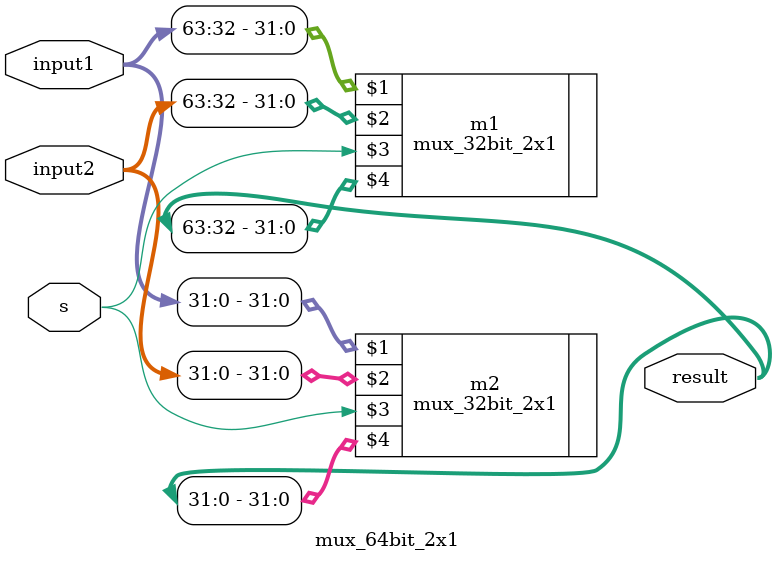
<source format=v>
module mux_64bit_2x1(input [63:0] input1, input [63:0] input2, input s, output [63:0] result);

mux_32bit_2x1 m1(input1[63:32], input2[63:32], s, result[63:32]);
mux_32bit_2x1 m2(input1[31:0], input2[31:0], s, result[31:0]);

endmodule
</source>
